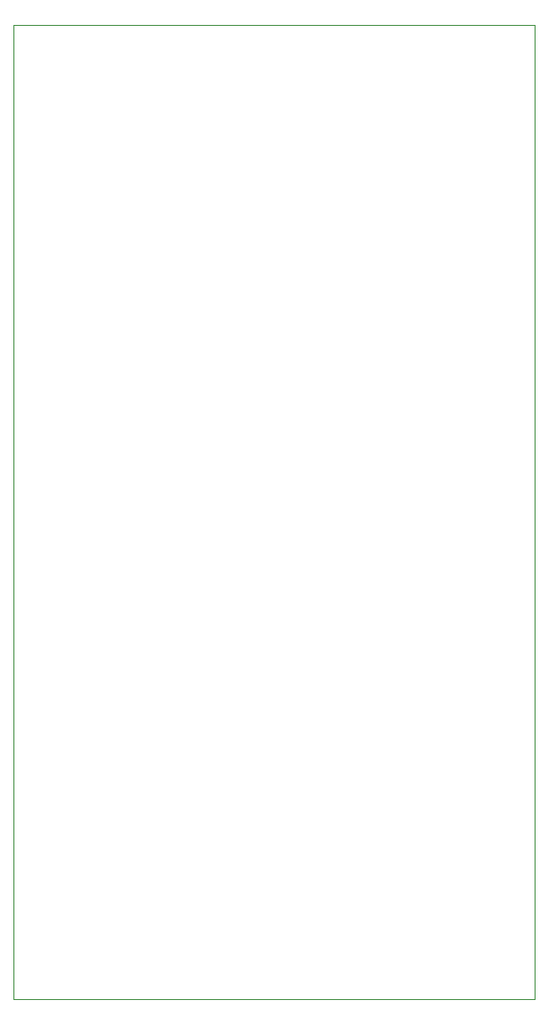
<source format=gko>
%FSLAX25Y25*%
%MOIN*%
G70*
G01*
G75*
G04 Layer_Color=16711935*
%ADD10R,0.01575X0.07874*%
%ADD11R,0.03150X0.03150*%
%ADD12R,0.11024X0.06693*%
%ADD13R,0.11024X0.10236*%
%ADD14R,0.02756X0.03937*%
%ADD15R,0.03937X0.04331*%
%ADD16R,0.04843X0.07087*%
%ADD17R,0.04331X0.03937*%
%ADD18R,0.07874X0.12402*%
%ADD19R,0.06299X0.07087*%
%ADD20R,0.05000X0.11496*%
%ADD21R,0.03937X0.03740*%
%ADD22R,0.07087X0.04843*%
%ADD23R,0.29134X0.21654*%
%ADD24R,0.07480X0.03740*%
%ADD25R,0.02165X0.05709*%
%ADD26R,0.08425X0.08425*%
%ADD27R,0.03150X0.01102*%
%ADD28R,0.01102X0.03150*%
%ADD29R,0.08465X0.13386*%
%ADD30R,0.03740X0.03937*%
%ADD31R,0.11024X0.07480*%
%ADD32R,0.06201X0.06201*%
%ADD33R,0.07205X0.13504*%
%ADD34R,0.33071X0.41339*%
%ADD35R,0.12992X0.04134*%
%ADD36R,0.09449X0.10236*%
%ADD37R,0.10236X0.09449*%
%ADD38O,0.06496X0.02165*%
%ADD39O,0.02165X0.06496*%
%ADD40R,0.03150X0.03150*%
%ADD41R,0.21654X0.29134*%
%ADD42R,0.03740X0.07480*%
%ADD43C,0.01181*%
%ADD44C,0.06299*%
%ADD45C,0.03937*%
%ADD46C,0.07874*%
%ADD47C,0.05906*%
%ADD48C,0.01969*%
%ADD49C,0.05512*%
%ADD50C,0.02362*%
%ADD51C,0.01575*%
%ADD52C,0.01000*%
%ADD53C,0.03150*%
%ADD54R,0.28642X0.17323*%
%ADD55C,0.05906*%
%ADD56R,0.05906X0.05906*%
%ADD57R,0.05906X0.05906*%
%ADD58C,0.07874*%
%ADD59R,0.13780X0.13780*%
%ADD60C,0.13780*%
%ADD61C,0.03150*%
%ADD62C,0.01969*%
%ADD63C,0.00787*%
%ADD64C,0.00984*%
%ADD65C,0.00591*%
%ADD66C,0.00800*%
%ADD67R,0.02375X0.08674*%
%ADD68R,0.03950X0.03950*%
%ADD69R,0.11824X0.07493*%
%ADD70R,0.11824X0.11036*%
%ADD71R,0.03556X0.04737*%
%ADD72R,0.04737X0.05131*%
%ADD73R,0.05643X0.07887*%
%ADD74R,0.05131X0.04737*%
%ADD75R,0.08674X0.13202*%
%ADD76R,0.07099X0.07887*%
%ADD77R,0.05800X0.12296*%
%ADD78R,0.04737X0.04540*%
%ADD79R,0.07887X0.05643*%
%ADD80R,0.29934X0.22453*%
%ADD81R,0.08280X0.04540*%
%ADD82R,0.02965X0.06509*%
%ADD83R,0.09225X0.09225*%
%ADD84R,0.03950X0.01902*%
%ADD85R,0.01902X0.03950*%
%ADD86R,0.09265X0.14186*%
%ADD87R,0.04540X0.04737*%
%ADD88R,0.11824X0.08280*%
%ADD89R,0.07001X0.07001*%
%ADD90R,0.08005X0.14304*%
%ADD91R,0.33871X0.42139*%
%ADD92R,0.13792X0.04934*%
%ADD93R,0.10249X0.11036*%
%ADD94R,0.11036X0.10249*%
%ADD95O,0.07296X0.02965*%
%ADD96O,0.02965X0.07296*%
%ADD97R,0.03950X0.03950*%
%ADD98R,0.22453X0.29934*%
%ADD99R,0.04540X0.08280*%
%ADD100C,0.00800*%
%ADD101R,0.00800X0.00800*%
%ADD102C,0.06706*%
%ADD103R,0.06706X0.06706*%
%ADD104R,0.06706X0.06706*%
%ADD105C,0.08674*%
%ADD106R,0.14579X0.14579*%
%ADD107C,0.14579*%
%ADD108C,0.03950*%
%ADD109C,0.02769*%
%ADD110C,0.00394*%
D110*
X0Y0D02*
Y338583D01*
X-181102D02*
X0D01*
X-181102Y0D02*
Y338583D01*
Y0D02*
X0D01*
M02*

</source>
